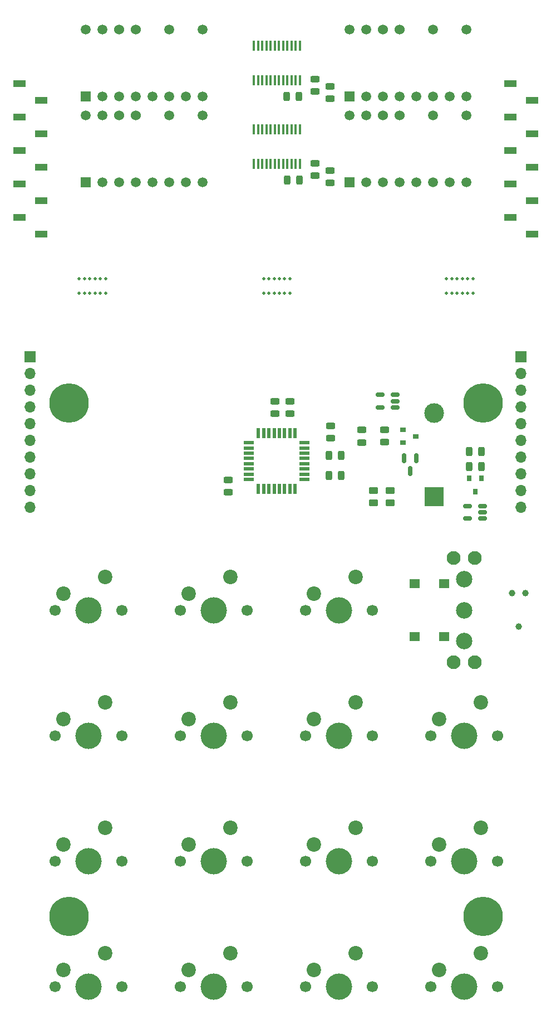
<source format=gbr>
G04 #@! TF.GenerationSoftware,KiCad,Pcbnew,(5.99.0-9142-g8663153ef8)*
G04 #@! TF.CreationDate,2021-03-08T23:27:10-05:00*
G04 #@! TF.ProjectId,unitron,756e6974-726f-46e2-9e6b-696361645f70,1.6*
G04 #@! TF.SameCoordinates,Original*
G04 #@! TF.FileFunction,Soldermask,Bot*
G04 #@! TF.FilePolarity,Negative*
%FSLAX46Y46*%
G04 Gerber Fmt 4.6, Leading zero omitted, Abs format (unit mm)*
G04 Created by KiCad (PCBNEW (5.99.0-9142-g8663153ef8)) date 2021-03-08 23:27:10*
%MOMM*%
%LPD*%
G01*
G04 APERTURE LIST*
G04 Aperture macros list*
%AMRoundRect*
0 Rectangle with rounded corners*
0 $1 Rounding radius*
0 $2 $3 $4 $5 $6 $7 $8 $9 X,Y pos of 4 corners*
0 Add a 4 corners polygon primitive as box body*
4,1,4,$2,$3,$4,$5,$6,$7,$8,$9,$2,$3,0*
0 Add four circle primitives for the rounded corners*
1,1,$1+$1,$2,$3*
1,1,$1+$1,$4,$5*
1,1,$1+$1,$6,$7*
1,1,$1+$1,$8,$9*
0 Add four rect primitives between the rounded corners*
20,1,$1+$1,$2,$3,$4,$5,0*
20,1,$1+$1,$4,$5,$6,$7,0*
20,1,$1+$1,$6,$7,$8,$9,0*
20,1,$1+$1,$8,$9,$2,$3,0*%
G04 Aperture macros list end*
%ADD10O,1.700000X1.700000*%
%ADD11R,1.700000X1.700000*%
%ADD12R,1.900000X1.000000*%
%ADD13C,1.700000*%
%ADD14C,4.000000*%
%ADD15C,2.200000*%
%ADD16R,1.500000X1.500000*%
%ADD17C,1.500000*%
%ADD18C,1.524000*%
%ADD19C,2.500000*%
%ADD20C,2.100000*%
%ADD21C,0.500000*%
%ADD22C,6.000000*%
%ADD23C,6.000001*%
%ADD24C,0.990600*%
%ADD25R,3.000000X3.000000*%
%ADD26C,3.000000*%
%ADD27RoundRect,0.243750X-0.456250X0.243750X-0.456250X-0.243750X0.456250X-0.243750X0.456250X0.243750X0*%
%ADD28RoundRect,0.243750X0.243750X0.456250X-0.243750X0.456250X-0.243750X-0.456250X0.243750X-0.456250X0*%
%ADD29R,0.410000X1.600000*%
%ADD30RoundRect,0.243750X0.456250X-0.243750X0.456250X0.243750X-0.456250X0.243750X-0.456250X-0.243750X0*%
%ADD31RoundRect,0.243750X-0.243750X-0.456250X0.243750X-0.456250X0.243750X0.456250X-0.243750X0.456250X0*%
%ADD32R,1.600000X1.400000*%
%ADD33RoundRect,0.150000X-0.150000X0.587500X-0.150000X-0.587500X0.150000X-0.587500X0.150000X0.587500X0*%
%ADD34R,0.800000X0.900000*%
%ADD35R,0.900000X0.800000*%
%ADD36R,0.550000X1.600000*%
%ADD37R,1.600000X0.550000*%
%ADD38RoundRect,0.250000X0.450000X-0.262500X0.450000X0.262500X-0.450000X0.262500X-0.450000X-0.262500X0*%
%ADD39RoundRect,0.150000X0.512500X0.150000X-0.512500X0.150000X-0.512500X-0.150000X0.512500X-0.150000X0*%
%ADD40RoundRect,0.250000X-0.450000X0.262500X-0.450000X-0.262500X0.450000X-0.262500X0.450000X0.262500X0*%
G04 APERTURE END LIST*
D10*
X141427200Y-95859600D03*
X141427200Y-93319600D03*
X141427200Y-90779600D03*
X141427200Y-88239600D03*
X141427200Y-85699600D03*
X141427200Y-83159600D03*
X141427200Y-80619600D03*
X141427200Y-78079600D03*
X141427200Y-75539600D03*
D11*
X141427200Y-72999600D03*
D12*
X139777200Y-51760806D03*
X139777200Y-46680806D03*
X139777200Y-41600806D03*
X139777200Y-36520806D03*
X139777200Y-31440806D03*
X143077200Y-54300806D03*
X143077200Y-49220806D03*
X143077200Y-44140806D03*
X143077200Y-39060806D03*
X143077200Y-33980806D03*
D10*
X66751200Y-95859600D03*
X66751200Y-93319600D03*
X66751200Y-90779600D03*
X66751200Y-88239600D03*
X66751200Y-85699600D03*
X66751200Y-83159600D03*
X66751200Y-80619600D03*
X66751200Y-78079600D03*
X66751200Y-75539600D03*
D11*
X66751200Y-72999600D03*
D12*
X65101200Y-51760806D03*
X65101200Y-46680806D03*
X65101200Y-41600806D03*
X65101200Y-36520806D03*
X65101200Y-31440806D03*
X68401200Y-54300806D03*
X68401200Y-49220806D03*
X68401200Y-44140806D03*
X68401200Y-39060806D03*
X68401200Y-33980806D03*
D13*
X80721200Y-149555200D03*
X70561200Y-149555200D03*
D14*
X75641200Y-149555200D03*
D15*
X78181200Y-144475200D03*
X71831200Y-147015200D03*
D14*
X94691200Y-149555200D03*
D13*
X99771200Y-149555200D03*
X89611200Y-149555200D03*
D15*
X97231200Y-144475200D03*
X90881200Y-147015200D03*
D13*
X80721200Y-111455200D03*
X70561200Y-111455200D03*
D14*
X75641200Y-111455200D03*
D15*
X78181200Y-106375200D03*
X71831200Y-108915200D03*
D13*
X70561200Y-130505200D03*
D14*
X75641200Y-130505200D03*
D13*
X80721200Y-130505200D03*
D15*
X78181200Y-125425200D03*
X71831200Y-127965200D03*
D14*
X94691200Y-130505200D03*
D13*
X99771200Y-130505200D03*
X89611200Y-130505200D03*
D15*
X97231200Y-125425200D03*
X90881200Y-127965200D03*
D13*
X99771200Y-111455200D03*
D14*
X94691200Y-111455200D03*
D13*
X89611200Y-111455200D03*
D15*
X97231200Y-106375200D03*
X90881200Y-108915200D03*
D13*
X118821200Y-111455200D03*
D14*
X113741200Y-111455200D03*
D13*
X108661200Y-111455200D03*
D15*
X116281200Y-106375200D03*
X109931200Y-108915200D03*
D13*
X108661200Y-168605200D03*
D14*
X113741200Y-168605200D03*
D13*
X118821200Y-168605200D03*
D15*
X116281200Y-163525200D03*
X109931200Y-166065200D03*
D16*
X115303300Y-46503017D03*
D17*
X117843300Y-46503017D03*
X120383300Y-46503017D03*
X122923300Y-46503017D03*
X125463300Y-46503017D03*
X128003300Y-46503017D03*
X130543300Y-46503017D03*
X133083300Y-46503017D03*
X133083300Y-36343017D03*
X128003300Y-36343017D03*
D18*
X122923300Y-36343017D03*
X120383300Y-36343017D03*
D17*
X117843300Y-36343017D03*
X115303300Y-36343017D03*
D16*
X75171300Y-46503017D03*
D17*
X77711300Y-46503017D03*
X80251300Y-46503017D03*
X82791300Y-46503017D03*
X85331300Y-46503017D03*
X87871300Y-46503017D03*
X90411300Y-46503017D03*
X92951300Y-46503017D03*
X92951300Y-36343017D03*
X87871300Y-36343017D03*
D18*
X82791300Y-36343017D03*
X80251300Y-36343017D03*
D17*
X77711300Y-36343017D03*
X75171300Y-36343017D03*
D14*
X75641200Y-168605200D03*
D13*
X70561200Y-168605200D03*
X80721200Y-168605200D03*
D15*
X78181200Y-163525200D03*
X71831200Y-166065200D03*
D16*
X115303300Y-33422017D03*
D17*
X117843300Y-33422017D03*
X120383300Y-33422017D03*
X122923300Y-33422017D03*
X125463300Y-33422017D03*
X128003300Y-33422017D03*
X130543300Y-33422017D03*
X133083300Y-33422017D03*
X133083300Y-23262017D03*
X128003300Y-23262017D03*
D18*
X122923300Y-23262017D03*
X120383300Y-23262017D03*
D17*
X117843300Y-23262017D03*
X115303300Y-23262017D03*
D16*
X75171300Y-33422017D03*
D17*
X77711300Y-33422017D03*
X80251300Y-33422017D03*
X82791300Y-33422017D03*
X85331300Y-33422017D03*
X87871300Y-33422017D03*
X90411300Y-33422017D03*
X92951300Y-33422017D03*
X92951300Y-23262017D03*
X87871300Y-23262017D03*
D18*
X82791300Y-23262017D03*
X80251300Y-23262017D03*
D17*
X77711300Y-23262017D03*
X75171300Y-23262017D03*
D14*
X113741200Y-149555200D03*
D13*
X108661200Y-149555200D03*
X118821200Y-149555200D03*
D15*
X116281200Y-144475200D03*
X109931200Y-147015200D03*
D19*
X132791200Y-106755200D03*
X132791200Y-111455200D03*
X132791200Y-116155200D03*
D20*
X134391200Y-119355200D03*
X131191200Y-103555200D03*
X134391200Y-103555200D03*
X131191200Y-119355200D03*
D13*
X118821200Y-130505200D03*
D14*
X113741200Y-130505200D03*
D13*
X108661200Y-130505200D03*
D15*
X116281200Y-125425200D03*
X109931200Y-127965200D03*
D21*
X75800000Y-61130000D03*
X74200000Y-63330000D03*
X75000000Y-61130000D03*
X74200000Y-61130000D03*
X75800000Y-63330000D03*
X77400000Y-63330000D03*
X77400000Y-61130000D03*
X75000000Y-63330000D03*
X78200000Y-61130000D03*
X78200000Y-63330000D03*
X76600000Y-63330000D03*
X76600000Y-61130000D03*
D22*
X72627300Y-79974600D03*
D13*
X89611200Y-168605200D03*
X99771200Y-168605200D03*
D14*
X94691200Y-168605200D03*
D15*
X97231200Y-163525200D03*
X90881200Y-166065200D03*
D22*
X135627300Y-157974600D03*
D23*
X135627300Y-79974600D03*
D22*
X72627300Y-157974600D03*
D13*
X137871200Y-149555200D03*
X127711200Y-149555200D03*
D14*
X132791200Y-149555200D03*
D15*
X135331200Y-144475200D03*
X128981200Y-147015200D03*
D21*
X106254300Y-63330000D03*
X102254300Y-63330000D03*
X103054300Y-63330000D03*
X102254300Y-61130000D03*
X103054300Y-61130000D03*
X104654300Y-61130000D03*
X103854300Y-61130000D03*
X105454300Y-63330000D03*
X104654300Y-63330000D03*
X106254300Y-61130000D03*
X105454300Y-61130000D03*
X103854300Y-63330000D03*
D24*
X142060200Y-108839000D03*
X140028200Y-108839000D03*
X141044200Y-113919000D03*
D13*
X127711200Y-168605200D03*
D14*
X132791200Y-168605200D03*
D13*
X137871200Y-168605200D03*
D15*
X135331200Y-163525200D03*
X128981200Y-166065200D03*
D21*
X134080000Y-63330000D03*
X133280000Y-61130000D03*
X131680000Y-63330000D03*
X134080000Y-61130000D03*
X130080000Y-63330000D03*
X133280000Y-63330000D03*
X130880000Y-63330000D03*
X130880000Y-61130000D03*
X130080000Y-61130000D03*
X132480000Y-63330000D03*
X131680000Y-61130000D03*
X132480000Y-61130000D03*
D25*
X128187200Y-94234000D03*
D26*
X128187200Y-81534000D03*
D14*
X132791200Y-130505200D03*
D13*
X137871200Y-130505200D03*
X127711200Y-130505200D03*
D15*
X135331200Y-125425200D03*
X128981200Y-127965200D03*
D27*
X112382300Y-44676517D03*
X112382300Y-46551517D03*
X110096300Y-43582017D03*
X110096300Y-45457017D03*
D28*
X107731800Y-46122017D03*
X105856800Y-46122017D03*
D29*
X100761800Y-25687717D03*
X101396800Y-25687717D03*
X102031800Y-25687717D03*
X102666800Y-25687717D03*
X103301800Y-25687717D03*
X103936800Y-25687717D03*
X104571800Y-25687717D03*
X105206800Y-25687717D03*
X105841800Y-25687717D03*
X106476800Y-25687717D03*
X107111800Y-25687717D03*
X107746800Y-25687717D03*
X107746800Y-30996317D03*
X107111800Y-30996317D03*
X106476800Y-30996317D03*
X105841800Y-30996317D03*
X105206800Y-30996317D03*
X104571800Y-30996317D03*
X103936800Y-30996317D03*
X103301800Y-30996317D03*
X102666800Y-30996317D03*
X102031800Y-30996317D03*
X101396800Y-30996317D03*
X100761800Y-30996317D03*
D27*
X110096300Y-30785017D03*
X110096300Y-32660017D03*
D28*
X107653300Y-33422017D03*
X105778300Y-33422017D03*
D29*
X100761800Y-38387717D03*
X101396800Y-38387717D03*
X102031800Y-38387717D03*
X102666800Y-38387717D03*
X103301800Y-38387717D03*
X103936800Y-38387717D03*
X104571800Y-38387717D03*
X105206800Y-38387717D03*
X105841800Y-38387717D03*
X106476800Y-38387717D03*
X107111800Y-38387717D03*
X107746800Y-38387717D03*
X107746800Y-43696317D03*
X107111800Y-43696317D03*
X106476800Y-43696317D03*
X105841800Y-43696317D03*
X105206800Y-43696317D03*
X104571800Y-43696317D03*
X103936800Y-43696317D03*
X103301800Y-43696317D03*
X102666800Y-43696317D03*
X102031800Y-43696317D03*
X101396800Y-43696317D03*
X100761800Y-43696317D03*
D27*
X112382300Y-31898017D03*
X112382300Y-33773017D03*
D30*
X112471200Y-85341700D03*
X112471200Y-83466700D03*
D31*
X133542800Y-87325200D03*
X135417800Y-87325200D03*
D27*
X96888300Y-91685900D03*
X96888300Y-93560900D03*
D32*
X125207200Y-107455200D03*
X125207200Y-115455200D03*
X129707200Y-107455200D03*
X129707200Y-115455200D03*
D30*
X120637300Y-85900500D03*
X120637300Y-84025500D03*
D27*
X117192300Y-84091500D03*
X117192300Y-85966500D03*
D33*
X123582900Y-88409500D03*
X125482900Y-88409500D03*
X124532900Y-90284500D03*
D28*
X135417800Y-89611200D03*
X133542800Y-89611200D03*
X114081800Y-87962500D03*
X112206800Y-87962500D03*
D31*
X112206800Y-91010500D03*
X114081800Y-91010500D03*
D34*
X133530300Y-91456000D03*
X135430300Y-91456000D03*
X134480300Y-93456000D03*
D35*
X123431300Y-85979000D03*
X123431300Y-84079000D03*
X125431300Y-85029000D03*
D30*
X106286300Y-81622900D03*
X106286300Y-79747900D03*
X104000300Y-81622900D03*
X104000300Y-79747900D03*
D36*
X107054300Y-93063400D03*
X106254300Y-93063400D03*
X105454300Y-93063400D03*
X104654300Y-93063400D03*
X103854300Y-93063400D03*
X103054300Y-93063400D03*
X102254300Y-93063400D03*
X101454300Y-93063400D03*
D37*
X100004300Y-91613400D03*
X100004300Y-90813400D03*
X100004300Y-90013400D03*
X100004300Y-89213400D03*
X100004300Y-88413400D03*
X100004300Y-87613400D03*
X100004300Y-86813400D03*
X100004300Y-86013400D03*
D36*
X101454300Y-84563400D03*
X102254300Y-84563400D03*
X103054300Y-84563400D03*
X103854300Y-84563400D03*
X104654300Y-84563400D03*
X105454300Y-84563400D03*
X106254300Y-84563400D03*
X107054300Y-84563400D03*
D37*
X108504300Y-86013400D03*
X108504300Y-86813400D03*
X108504300Y-87613400D03*
X108504300Y-88413400D03*
X108504300Y-89213400D03*
X108504300Y-90013400D03*
X108504300Y-90813400D03*
X108504300Y-91613400D03*
D38*
X118922700Y-95126200D03*
X118922700Y-93301200D03*
D39*
X135579700Y-95646200D03*
X135579700Y-96596200D03*
X135579700Y-97546200D03*
X133304700Y-97546200D03*
X133304700Y-95646200D03*
D40*
X121462700Y-93301200D03*
X121462700Y-95126200D03*
D39*
X122244700Y-78755200D03*
X122244700Y-79705200D03*
X122244700Y-80655200D03*
X119969700Y-80655200D03*
X119969700Y-78755200D03*
M02*

</source>
